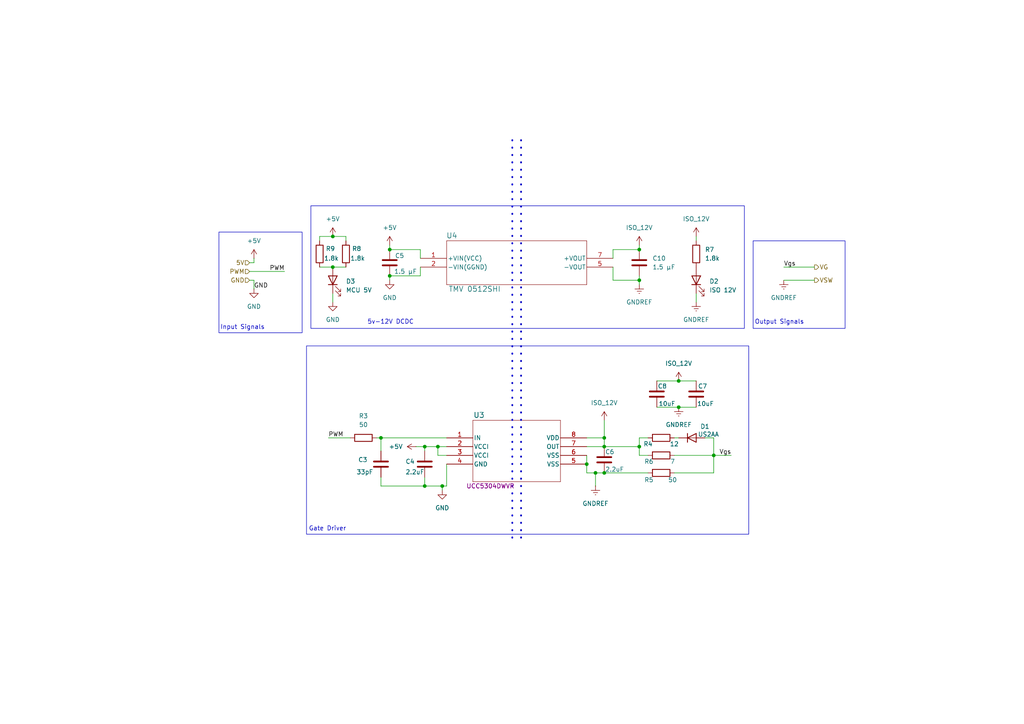
<source format=kicad_sch>
(kicad_sch (version 20231120) (generator "eeschema") (generator_version "8.0")
  (paper "A4")
  (title_block (title "Gate Driver") (date "2025-02-21") (rev "1") (company "M.Nguyen B.Patel S.Dupuis"))
  (lib_symbols
    (symbol "Device:C" (pin_numbers hide) (pin_names (offset 0.254))
      (property "Reference" "C" (at 0.635 2.54 0))
      (property "Value" "C" (at 0.635 -2.54 0))
      (symbol "C_0_1"
        (polyline (pts (xy -2.032 -0.762) (xy 2.032 -0.762)) (stroke (width 0.508)))
        (polyline (pts (xy -2.032 0.762) (xy 2.032 0.762)) (stroke (width 0.508)))
      )
      (symbol "C_1_1"
        (pin passive line (at 0 3.81 270) (length 2.794) (name "~") (number "1"))
        (pin passive line (at 0 -3.81 90) (length 2.794) (name "~") (number "2"))
      )
    )
    (symbol "Device:LED" (pin_numbers hide) (pin_names (offset 1.016) hide)
      (property "Reference" "D" (at 0 2.54 0))
      (property "Value" "LED" (at 0 -2.54 0))
      (symbol "LED_0_1"
        (polyline (pts (xy -1.27 -1.27) (xy -1.27 1.27)) (stroke (width 0.254)))
        (polyline (pts (xy -1.27 0) (xy 1.27 0)))
        (polyline (pts (xy 1.27 -1.27) (xy 1.27 1.27) (xy -1.27 0) (xy 1.27 -1.27)) (stroke (width 0.254)))
        (polyline (pts (xy -3.048 -0.762) (xy -4.572 -2.286) (xy -3.81 -2.286) (xy -4.572 -2.286) (xy -4.572 -1.524)))
        (polyline (pts (xy -1.778 -0.762) (xy -3.302 -2.286) (xy -2.54 -2.286) (xy -3.302 -2.286) (xy -3.302 -1.524)))
      )
      (symbol "LED_1_1"
        (pin passive line (at -3.81 0 0) (length 2.54) (name "K") (number "1"))
        (pin passive line (at 3.81 0 180) (length 2.54) (name "A") (number "2"))
      )
    )
    (symbol "Device:R" (pin_numbers hide) (pin_names (offset 0))
      (property "Reference" "R" (at 2.032 0 90))
      (property "Value" "R" (at 0 0 90))
      (symbol "R_0_1"
        (rectangle (start -1.016 -2.54) (end 1.016 2.54) (stroke (width 0.254)))
      )
      (symbol "R_1_1"
        (pin passive line (at 0 3.81 270) (length 1.27) (name "~") (number "1"))
        (pin passive line (at 0 -3.81 90) (length 1.27) (name "~") (number "2"))
      )
    )
    (symbol "Diode:US2AA" (pin_numbers hide) (pin_names hide)
      (property "Reference" "D" (at 0 2.54 0))
      (property "Value" "US2AA" (at 0 -2.54 0))
      (symbol "US2AA_0_1"
        (polyline (pts (xy -1.27 1.27) (xy -1.27 -1.27)) (stroke (width 0.254)))
        (polyline (pts (xy 1.27 0) (xy -1.27 0)))
        (polyline (pts (xy 1.27 1.27) (xy 1.27 -1.27) (xy -1.27 0) (xy 1.27 1.27)) (stroke (width 0.254)))
      )
      (symbol "US2AA_1_1"
        (pin passive line (at -3.81 0 0) (length 2.54) (name "K") (number "1"))
        (pin passive line (at 3.81 0 180) (length 2.54) (name "A") (number "2"))
      )
    )
    (symbol "TMV_0512SHI:TMV_0512SHI" (pin_names (offset 0.254))
      (property "Reference" "U" (at 27.94 10.16 0))
      (property "Value" "TMV 0512SHI" (at 27.94 7.62 0))
      (symbol "TMV_0512SHI_0_1"
        (polyline (pts (xy 7.62 -7.62) (xy 48.26 -7.62)) (stroke (width 0.127)))
        (polyline (pts (xy 7.62 5.08) (xy 7.62 -7.62)) (stroke (width 0.127)))
        (polyline (pts (xy 48.26 -7.62) (xy 48.26 5.08)) (stroke (width 0.127)))
        (polyline (pts (xy 48.26 5.08) (xy 7.62 5.08)) (stroke (width 0.127)))
        (pin power_in line (at 0 0 0) (length 7.62) (name "+VIN(VCC)") (number "1"))
        (pin power_in line (at 0 -2.54 0) (length 7.62) (name "-VIN(GGND)") (number "2"))
        (pin output line (at 55.88 -2.54 180) (length 7.62) (name "-VOUT") (number "5"))
        (pin output line (at 55.88 0 180) (length 7.62) (name "+VOUT") (number "7"))
      )
    )
    (symbol "UCC5304DWVR:UCC5304DWVR" (pin_names (offset 0.254))
      (property "Reference" "U" (at 20.32 10.16 0))
      (property "Value" "UCC5304DWVR" (at 20.32 7.62 0))
      (symbol "UCC5304DWVR_0_1"
        (polyline (pts (xy 7.62 -12.7) (xy 33.02 -12.7)) (stroke (width 0.127)))
        (polyline (pts (xy 7.62 5.08) (xy 7.62 -12.7)) (stroke (width 0.127)))
        (polyline (pts (xy 33.02 -12.7) (xy 33.02 5.08)) (stroke (width 0.127)))
        (polyline (pts (xy 33.02 5.08) (xy 7.62 5.08)) (stroke (width 0.127)))
        (pin input line (at 0 0 0) (length 7.62) (name "IN") (number "1"))
        (pin power_in line (at 0 -2.54 0) (length 7.62) (name "VCCI") (number "2"))
        (pin power_in line (at 0 -5.08 0) (length 7.62) (name "VCCI") (number "3"))
        (pin power_out line (at 0 -7.62 0) (length 7.62) (name "GND") (number "4"))
        (pin power_out line (at 40.64 -7.62 180) (length 7.62) (name "VSS") (number "5"))
        (pin power_out line (at 40.64 -5.08 180) (length 7.62) (name "VSS") (number "6"))
        (pin output line (at 40.64 -2.54 180) (length 7.62) (name "OUT") (number "7"))
        (pin power_in line (at 40.64 0 180) (length 7.62) (name "VDD") (number "8"))
      )
    )
    (symbol "power:+12V" (power) (pin_numbers hide) (pin_names (offset 0) hide)
      (property "Value" "+12V" (at 0 3.556 0))
      (symbol "+12V_0_1"
        (polyline (pts (xy -0.762 1.27) (xy 0 2.54)))
        (polyline (pts (xy 0 0) (xy 0 2.54)))
        (polyline (pts (xy 0 2.54) (xy 0.762 1.27)))
      )
      (symbol "+12V_1_1"
        (pin power_in line (at 0 0 90) (length 0) (name "~") (number "1"))
      )
    )
    (symbol "power:+5V" (power) (pin_numbers hide) (pin_names (offset 0) hide)
      (property "Value" "+5V" (at 0 3.556 0))
      (symbol "+5V_0_1"
        (polyline (pts (xy -0.762 1.27) (xy 0 2.54)))
        (polyline (pts (xy 0 0) (xy 0 2.54)))
        (polyline (pts (xy 0 2.54) (xy 0.762 1.27)))
      )
      (symbol "+5V_1_1"
        (pin power_in line (at 0 0 90) (length 0) (name "~") (number "1"))
      )
    )
    (symbol "power:GND" (power) (pin_numbers hide) (pin_names (offset 0) hide)
      (property "Value" "GND" (at 0 -3.81 0))
      (symbol "GND_0_1"
        (polyline (pts (xy 0 0) (xy 0 -1.27) (xy 1.27 -1.27) (xy 0 -2.54) (xy -1.27 -1.27) (xy 0 -1.27)))
      )
      (symbol "GND_1_1"
        (pin power_in line (at 0 0 270) (length 0) (name "~") (number "1"))
      )
    )
    (symbol "power:GNDREF" (power) (pin_numbers hide) (pin_names (offset 0) hide)
      (property "Value" "GNDREF" (at 0 -3.81 0))
      (symbol "GNDREF_0_1"
        (polyline (pts (xy -0.635 -1.905) (xy 0.635 -1.905)))
        (polyline (pts (xy -0.127 -2.54) (xy 0.127 -2.54)))
        (polyline (pts (xy 0 -1.27) (xy 0 0)))
        (polyline (pts (xy 1.27 -1.27) (xy -1.27 -1.27)))
      )
      (symbol "GNDREF_1_1"
        (pin power_in line (at 0 0 270) (length 0) (name "~") (number "1"))
      )
    )
  )
  (junction (at 172.72 137.16))
  (junction (at 175.26 137.16))
  (junction (at 170.18 134.62))
  (junction (at 96.52 68.58))
  (junction (at 185.42 81.28))
  (junction (at 207.01 132.08))
  (junction (at 128.27 140.97))
  (junction (at 123.19 140.97))
  (junction (at 196.85 118.11))
  (junction (at 175.26 127))
  (junction (at 185.42 129.54))
  (junction (at 127 129.54))
  (junction (at 110.49 127))
  (junction (at 196.85 110.49))
  (junction (at 185.42 72.39))
  (junction (at 113.03 80.01))
  (junction (at 113.03 72.39))
  (junction (at 175.26 129.54))
  (junction (at 96.52 77.47))
  (junction (at 123.19 129.54))
  (wire (pts (xy 109.22 127) (xy 110.49 127)))
  (wire (pts (xy 92.71 77.47) (xy 96.52 77.47)))
  (wire (pts (xy 100.33 77.47) (xy 96.52 77.47)))
  (wire (pts (xy 207.01 132.08) (xy 207.01 137.16)))
  (wire (pts (xy 96.52 68.58) (xy 100.33 68.58)))
  (wire (pts (xy 177.8 81.28) (xy 185.42 81.28)))
  (wire (pts (xy 113.03 71.12) (xy 113.03 72.39)))
  (polyline (pts (xy 151.13 40.64) (xy 151.13 157.48)) (stroke (width 0.508) (type dot)))
  (wire (pts (xy 227.33 77.47) (xy 236.22 77.47)))
  (wire (pts (xy 121.92 74.93) (xy 121.92 72.39)))
  (wire (pts (xy 123.19 140.97) (xy 128.27 140.97)))
  (wire (pts (xy 96.52 85.09) (xy 96.52 87.63)))
  (wire (pts (xy 110.49 127) (xy 110.49 130.81)))
  (wire (pts (xy 127 129.54) (xy 129.54 129.54)))
  (polyline (pts (xy 148.59 40.64) (xy 148.59 157.48)) (stroke (width 0.508) (type dot)))
  (wire (pts (xy 172.72 137.16) (xy 172.72 140.97)))
  (wire (pts (xy 175.26 129.54) (xy 185.42 129.54)))
  (wire (pts (xy 92.71 69.85) (xy 92.71 68.58)))
  (wire (pts (xy 113.03 80.01) (xy 121.92 80.01)))
  (wire (pts (xy 185.42 81.28) (xy 185.42 82.55)))
  (wire (pts (xy 177.8 81.28) (xy 177.8 77.47)))
  (wire (pts (xy 127 129.54) (xy 127 132.08)))
  (wire (pts (xy 110.49 127) (xy 129.54 127)))
  (wire (pts (xy 185.42 71.12) (xy 185.42 72.39)))
  (wire (pts (xy 196.85 118.11) (xy 201.93 118.11)))
  (wire (pts (xy 172.72 137.16) (xy 170.18 137.16)))
  (wire (pts (xy 123.19 129.54) (xy 127 129.54)))
  (wire (pts (xy 185.42 132.08) (xy 185.42 129.54)))
  (wire (pts (xy 201.93 85.09) (xy 201.93 87.63)))
  (wire (pts (xy 207.01 127) (xy 207.01 132.08)))
  (wire (pts (xy 190.5 110.49) (xy 196.85 110.49)))
  (wire (pts (xy 195.58 132.08) (xy 207.01 132.08)))
  (wire (pts (xy 100.33 68.58) (xy 100.33 69.85)))
  (wire (pts (xy 190.5 118.11) (xy 196.85 118.11)))
  (wire (pts (xy 204.47 127) (xy 207.01 127)))
  (wire (pts (xy 113.03 81.28) (xy 113.03 80.01)))
  (wire (pts (xy 177.8 72.39) (xy 185.42 72.39)))
  (wire (pts (xy 195.58 127) (xy 196.85 127)))
  (wire (pts (xy 121.92 80.01) (xy 121.92 77.47)))
  (wire (pts (xy 201.93 110.49) (xy 196.85 110.49)))
  (wire (pts (xy 73.66 83.82) (xy 73.66 81.28)))
  (wire (pts (xy 110.49 138.43) (xy 110.49 140.97)))
  (wire (pts (xy 185.42 127) (xy 185.42 129.54)))
  (wire (pts (xy 207.01 132.08) (xy 212.09 132.08)))
  (wire (pts (xy 92.71 68.58) (xy 96.52 68.58)))
  (wire (pts (xy 185.42 80.01) (xy 185.42 81.28)))
  (wire (pts (xy 195.58 137.16) (xy 207.01 137.16)))
  (wire (pts (xy 123.19 138.43) (xy 123.19 140.97)))
  (wire (pts (xy 123.19 129.54) (xy 123.19 130.81)))
  (wire (pts (xy 201.93 68.58) (xy 201.93 69.85)))
  (wire (pts (xy 129.54 134.62) (xy 129.54 140.97)))
  (wire (pts (xy 128.27 140.97) (xy 128.27 142.24)))
  (wire (pts (xy 72.39 78.74) (xy 82.55 78.74)))
  (wire (pts (xy 227.33 81.28) (xy 236.22 81.28)))
  (wire (pts (xy 95.25 127) (xy 101.6 127)))
  (wire (pts (xy 185.42 127) (xy 187.96 127)))
  (wire (pts (xy 170.18 127) (xy 175.26 127)))
  (wire (pts (xy 177.8 72.39) (xy 177.8 74.93)))
  (wire (pts (xy 129.54 140.97) (xy 128.27 140.97)))
  (wire (pts (xy 110.49 140.97) (xy 123.19 140.97)))
  (wire (pts (xy 170.18 132.08) (xy 170.18 134.62)))
  (wire (pts (xy 129.54 132.08) (xy 127 132.08)))
  (wire (pts (xy 185.42 132.08) (xy 187.96 132.08)))
  (wire (pts (xy 73.66 81.28) (xy 72.39 81.28)))
  (wire (pts (xy 121.92 72.39) (xy 113.03 72.39)))
  (wire (pts (xy 175.26 127) (xy 175.26 129.54)))
  (wire (pts (xy 175.26 137.16) (xy 187.96 137.16)))
  (wire (pts (xy 120.65 129.54) (xy 123.19 129.54)))
  (wire (pts (xy 73.66 76.2) (xy 73.66 74.93)))
  (wire (pts (xy 72.39 76.2) (xy 73.66 76.2)))
  (wire (pts (xy 172.72 137.16) (xy 175.26 137.16)))
  (wire (pts (xy 175.26 121.92) (xy 175.26 127)))
  (wire (pts (xy 170.18 129.54) (xy 175.26 129.54)))
  (wire (pts (xy 170.18 134.62) (xy 170.18 137.16)))
  (rectangle (start 218.44 69.85) (end 245.11 95.25))
  (rectangle (start 63.5 67.31) (end 87.63 96.52))
  (rectangle (start 88.9 100.33) (end 217.17 154.94))
  (rectangle (start 90.17 59.69) (end 215.9 95.25))
  (text "Input Signals" (at 70.358 94.996 0) (effects (font (size 1.27 1.27))))
  (text "Gate Driver" (at 94.996 153.416 0) (effects (font (size 1.27 1.27))))
  (text "5v-12V DCDC" (at 113.284 93.472 0) (effects (font (size 1.27 1.27))))
  (text "Output Signals" (at 226.06 93.472 0) (effects (font (size 1.27 1.27))))
  (label "Vgs" (at 212.09 132.08 180))
  (label "PWM" (at 82.55 78.74 180))
  (label "PWM" (at 95.25 127 0))
  (label "GND" (at 73.66 83.82 0))
  (label "Vgs" (at 227.33 77.47 0))
  (hierarchical_label "VSW" (shape output) (at 236.22 81.28 0))
  (hierarchical_label "PWM" (shape input) (at 72.39 78.74 180))
  (hierarchical_label "GND" (shape input) (at 72.39 81.28 180))
  (hierarchical_label "5V" (shape input) (at 72.39 76.2 180))
  (hierarchical_label "VG" (shape output) (at 236.22 77.47 0))
  (symbol (lib_id "power:+12V") (at 185.42 71.12 0) (unit 1)
    (property "Reference" "#PWR024" (effects (hide yes)))
    (property "Value" "ISO_12V" (at 185.42 66.04 0))
    (property "Description" "Power symbol creates a global label with name \"+12V\"" (effects (hide yes)))
  )
  (symbol (lib_id "Device:R") (at 191.77 127 90) (unit 1)
    (property "Reference" "R4" (at 187.96 128.778 90))
    (property "Value" "12" (at 195.58 128.778 90))
    (property "Footprint" "Resistor_SMD:R_0805_2012Metric_Pad1.20x1.40mm_HandSolder" (effects (hide yes)))
    (property "Description" "RES 0805,1%,12,1/8W" (effects (hide yes)))
    (property "Part Number" "CR0805FB12RS01" (effects (hide yes)))
  )
  (symbol (lib_id "UCC5304DWVR:UCC5304DWVR") (at 129.54 127 0) (unit 1)
    (property "Reference" "U3" (at 138.938 120.396 0) (effects (font (size 1.524 1.524))))
    (property "Value" "UCC5304DWVR" (effects (hide yes)))
    (property "Footprint" "UCC5304DWVR GateDriver_IC:SOIC8_DWV_TEX" (effects (hide yes)))
    (property "Datasheet" "https://www.ti.com/lit/ds/symlink/ucc5304.pdf?ts=1739952660041&ref_url=https%253A%252F%252Fwww.mouser.de%252F" (effects (hide yes)))
    (property "Part Number" "UCC5304DWVR" (at 142.24 140.97 0))
  )
  (symbol (lib_id "power:+12V") (at 201.93 68.58 0) (unit 1)
    (property "Reference" "#PWR038" (effects (hide yes)))
    (property "Value" "ISO_12V" (at 201.93 63.5 0))
    (property "Description" "Power symbol creates a global label with name \"+12V\"" (effects (hide yes)))
  )
  (symbol (lib_id "power:GND") (at 73.66 83.82 0) (unit 1)
    (property "Reference" "#PWR018" (effects (hide yes)))
    (property "Value" "GND" (at 73.66 88.9 0))
    (property "Description" "Power symbol creates a global label with name \"GND\" , ground" (effects (hide yes)))
  )
  (symbol (lib_id "power:+5V") (at 96.52 68.58 0) (unit 1)
    (property "Reference" "#PWR021" (effects (hide yes)))
    (property "Value" "+5V" (at 96.52 63.5 0))
    (property "Description" "Power symbol creates a global label with name \"+5V\"" (effects (hide yes)))
  )
  (symbol (lib_id "Device:R") (at 201.93 73.66 180) (unit 1)
    (property "Reference" "R7" (at 204.47 72.3899 0) (effects (justify right)))
    (property "Value" "1.8k" (at 204.47 74.9299 0) (effects (justify right)))
    (property "Footprint" "Resistor_SMD:R_0603_1608Metric" (effects (hide yes)))
    (property "Datasheet" "https://www.seielect.com/catalog/sei-rmcf_rmcp.pdf" (effects (hide yes)))
    (property "Description" "RES 1.8K OHM 5% 1/10W 0603" (effects (hide yes)))
    (property "Part Number" "RMCF0603JT1K80" (effects (hide yes)))
  )
  (symbol (lib_id "power:+5V") (at 113.03 71.12 0) (unit 1)
    (property "Reference" "#PWR020" (effects (hide yes)))
    (property "Value" "+5V" (at 113.03 66.04 0))
    (property "Description" "Power symbol creates a global label with name \"+5V\"" (effects (hide yes)))
  )
  (symbol (lib_id "power:GNDREF") (at 201.93 87.63 0) (unit 1)
    (property "Reference" "#PWR037" (effects (hide yes)))
    (property "Value" "GNDREF" (at 201.93 92.71 0))
    (property "Description" "Power symbol creates a global label with name \"GNDREF\" , reference supply ground" (effects (hide yes)))
  )
  (symbol (lib_id "Device:C") (at 190.5 114.3 0) (unit 1)
    (property "Reference" "C8" (at 190.754 112.014 0) (effects (justify left)))
    (property "Value" "10uF" (at 191.008 117.094 0) (effects (justify left)))
    (property "Footprint" "Capacitor_SMD:C_0603_1608Metric" (effects (hide yes)))
    (property "Description" "10 µF ±10% 16V Ceramic Capacitor X5R 0603 (1608 Metric)" (effects (hide yes)))
    (property "Part Number" "C0603X5R160-106KNP" (effects (hide yes)))
  )
  (symbol (lib_id "Device:C") (at 113.03 76.2 0) (unit 1)
    (property "Reference" "C5" (at 114.554 74.168 0) (effects (justify left)))
    (property "Value" "1.5 µF" (at 114.3 78.74 0) (effects (justify left)))
    (property "Footprint" "Capacitor_SMD:C_0805_2012Metric" (effects (hide yes)))
    (property "Description" "1.5 µF -20%, +80% 16V Ceramic Capacitor Y5V (F) 0805 (2012 Metric)" (effects (hide yes)))
    (property "Part Number" "CC0805ZRY5V7BB155" (effects (hide yes)))
  )
  (symbol (lib_id "power:+12V") (at 196.85 110.49 0) (unit 1)
    (property "Reference" "#PWR026" (effects (hide yes)))
    (property "Value" "ISO_12V" (at 196.85 105.41 0))
    (property "Description" "Power symbol creates a global label with name \"+12V\"" (effects (hide yes)))
  )
  (symbol (lib_id "Device:C") (at 123.19 134.62 0) (unit 1)
    (property "Reference" "C4" (at 117.602 133.858 0) (effects (justify left)))
    (property "Value" "2.2uF" (at 117.602 136.906 0) (effects (justify left)))
    (property "Footprint" "Capacitor_SMD:C_0805_2012Metric" (effects (hide yes)))
    (property "Datasheet" "https://data.venkel.com/documents/c-series" (effects (hide yes)))
    (property "Description" "2.2 µF ±20% 16V Ceramic Capacitor X7R 0805 (2012 Metric)" (effects (hide yes)))
    (property "Part Number" "C0805X7R160-225MNE" (effects (hide yes)))
  )
  (symbol (lib_id "power:GNDREF") (at 196.85 118.11 0) (unit 1)
    (property "Reference" "#PWR027" (effects (hide yes)))
    (property "Value" "GNDREF" (at 196.85 123.19 0))
    (property "Description" "Power symbol creates a global label with name \"GNDREF\" , reference supply ground" (effects (hide yes)))
  )
  (symbol (lib_id "Device:R") (at 100.33 73.66 180) (unit 1)
    (property "Reference" "R8" (at 102.108 72.136 0) (effects (justify right)))
    (property "Value" "1.8k" (at 101.6 74.93 0) (effects (justify right)))
    (property "Footprint" "Resistor_SMD:R_0603_1608Metric" (effects (hide yes)))
    (property "Datasheet" "https://www.seielect.com/catalog/sei-rmcf_rmcp.pdf" (effects (hide yes)))
    (property "Description" "RES 1.8K OHM 5% 1/10W 0603" (effects (hide yes)))
    (property "Part Number" "RMCF0603JT1K80" (effects (hide yes)))
  )
  (symbol (lib_id "Diode:US2AA") (at 200.66 127 0) (unit 1)
    (property "Reference" "D1" (at 204.47 123.698 0))
    (property "Value" "US2AA" (at 205.486 125.984 0))
    (property "Footprint" "Diode_SMD:D_SMA" (effects (hide yes)))
    (property "Datasheet" "https://www.onsemi.com/pub/Collateral/US2AA-D.PDF" (effects (hide yes)))
    (property "Description" "50V, 1.5A, General Purpose Rectifier Diode, SMA(DO-214AC)" (effects (hide yes)))
    (property "Sim.Device" "D" (effects (hide yes)))
    (property "Sim.Pins" "1=K 2=A" (effects (hide yes)))
    (property "Part Number" "US2AA" (effects (hide yes)))
  )
  (symbol (lib_id "power:GND") (at 96.52 87.63 0) (unit 1)
    (property "Reference" "#PWR039" (effects (hide yes)))
    (property "Value" "GND" (at 96.52 92.71 0))
    (property "Description" "Power symbol creates a global label with name \"GND\" , ground" (effects (hide yes)))
  )
  (symbol (lib_id "power:GND") (at 128.27 142.24 0) (unit 1)
    (property "Reference" "#PWR019" (effects (hide yes)))
    (property "Value" "GND" (at 128.27 147.32 0))
    (property "Description" "Power symbol creates a global label with name \"GND\" , ground" (effects (hide yes)))
  )
  (symbol (lib_id "power:GND") (at 113.03 81.28 0) (unit 1)
    (property "Reference" "#PWR040" (effects (hide yes)))
    (property "Value" "GND" (at 113.03 86.36 0))
    (property "Description" "Power symbol creates a global label with name \"GND\" , ground" (effects (hide yes)))
  )
  (symbol (lib_id "Device:LED") (at 96.52 81.28 90) (unit 1)
    (property "Reference" "D3" (at 100.33 81.5974 90) (effects (justify right)))
    (property "Value" "MCU 5V" (at 100.33 84.1374 90) (effects (justify right)))
    (property "Footprint" "LED_SMD:LED_0603_1608Metric" (effects (hide yes)))
    (property "Datasheet" "https://mm.digikey.com/Volume0/opasdata/d220001/medias/docus/6472/5962_XL-1608UGC-04%200603%E7%BF%A0%E7%BB%BF0.4T.pdf" (effects (hide yes)))
    (property "Description" "Green 525nm LED Indication - Discrete 2.7V 0603 (1608 Metric)" (effects (hide yes)))
    (property "Part Number" "XL-1608UGC-04" (effects (hide yes)))
  )
  (symbol (lib_id "power:+5V") (at 120.65 129.54 90) (unit 1)
    (property "Reference" "#PWR016" (effects (hide yes)))
    (property "Value" "+5V" (at 116.84 129.5399 90) (effects (justify left)))
    (property "Description" "Power symbol creates a global label with name \"+5V\"" (effects (hide yes)))
  )
  (symbol (lib_id "power:+5V") (at 73.66 74.93 0) (unit 1)
    (property "Reference" "#PWR015" (effects (hide yes)))
    (property "Value" "+5V" (at 73.66 69.85 0))
    (property "Description" "Power symbol creates a global label with name \"+5V\"" (effects (hide yes)))
  )
  (symbol (lib_id "Device:R") (at 191.77 132.08 90) (unit 1)
    (property "Reference" "R6" (at 188.214 133.858 90))
    (property "Value" "7" (at 195.072 133.858 90))
    (property "Footprint" "Resistor_SMD:R_0603_1608Metric" (effects (hide yes)))
    (property "Description" "Resistor" (effects (hide yes)))
    (property "Part Number" "RMCF0603FT6R80" (effects (hide yes)))
  )
  (symbol (lib_id "power:GNDREF") (at 227.33 81.28 0) (unit 1)
    (property "Reference" "#PWR023" (effects (hide yes)))
    (property "Value" "GNDREF" (at 227.33 86.36 0))
    (property "Description" "Power symbol creates a global label with name \"GNDREF\" , reference supply ground" (effects (hide yes)))
  )
  (symbol (lib_id "Device:R") (at 105.41 127 90) (unit 1)
    (property "Reference" "R3" (at 105.41 120.65 90))
    (property "Value" "50" (at 105.41 123.19 90))
    (property "Footprint" "Resistor_SMD:R_0603_1608Metric" (effects (hide yes)))
    (property "Datasheet" "https://www.vishay.com/docs/20008/dcrcw.pdf" (effects (hide yes)))
    (property "Description" "50 Ohms ±1% 0.1W, 1/10W Chip Resistor 0603 (1608 Metric) Automotive AEC-Q200 Thick Film" (effects (hide yes)))
    (property "Part Number" "CRCW060350R0FKTA" (effects (hide yes)))
  )
  (symbol (lib_id "Device:R") (at 191.77 137.16 270) (unit 1)
    (property "Reference" "R5" (at 188.214 139.192 90))
    (property "Value" "50" (at 195.072 139.192 90))
    (property "Footprint" "Resistor_SMD:R_0603_1608Metric" (effects (hide yes)))
    (property "Datasheet" "https://www.vishay.com/docs/20008/dcrcw.pdf" (effects (hide yes)))
    (property "Description" "Resistor" (effects (hide yes)))
    (property "Part Number" "CRCW060350R0FKTA" (effects (hide yes)))
  )
  (symbol (lib_id "power:GNDREF") (at 185.42 82.55 0) (unit 1)
    (property "Reference" "#PWR017" (effects (hide yes)))
    (property "Value" "GNDREF" (at 185.42 87.63 0))
    (property "Description" "Power symbol creates a global label with name \"GNDREF\" , reference supply ground" (effects (hide yes)))
  )
  (symbol (lib_id "Device:R") (at 92.71 73.66 180) (unit 1)
    (property "Reference" "R9" (at 94.488 72.136 0) (effects (justify right)))
    (property "Value" "1.8k" (at 93.98 74.93 0) (effects (justify right)))
    (property "Footprint" "Resistor_SMD:R_0603_1608Metric" (effects (hide yes)))
    (property "Datasheet" "https://www.seielect.com/catalog/sei-rmcf_rmcp.pdf" (effects (hide yes)))
    (property "Description" "RES 1.8K OHM 5% 1/10W 0603" (effects (hide yes)))
    (property "Part Number" "RMCF0603JT1K80" (effects (hide yes)))
  )
  (symbol (lib_id "Device:LED") (at 201.93 81.28 90) (unit 1)
    (property "Reference" "D2" (at 205.74 81.5974 90) (effects (justify right)))
    (property "Value" "ISO 12V" (at 205.74 84.1374 90) (effects (justify right)))
    (property "Footprint" "LED_SMD:LED_0603_1608Metric" (effects (hide yes)))
    (property "Datasheet" "https://mm.digikey.com/Volume0/opasdata/d220001/medias/docus/6472/5962_XL-1608UGC-04%200603%E7%BF%A0%E7%BB%BF0.4T.pdf" (effects (hide yes)))
    (property "Description" "Green 525nm LED Indication - Discrete 2.7V 0603 (1608 Metric)" (effects (hide yes)))
    (property "Part Number" "XL-1608UGC-04" (effects (hide yes)))
  )
  (symbol (lib_id "Device:C") (at 201.93 114.3 0) (unit 1)
    (property "Reference" "C7" (at 202.438 112.014 0) (effects (justify left)))
    (property "Value" "10uF" (at 202.184 117.094 0) (effects (justify left)))
    (property "Footprint" "Capacitor_SMD:C_0603_1608Metric" (effects (hide yes)))
    (property "Description" "10 µF ±10% 16V Ceramic Capacitor X5R 0603 (1608 Metric)" (effects (hide yes)))
    (property "Part Number" "C0603X5R160-106KNP" (effects (hide yes)))
  )
  (symbol (lib_id "TMV_0512SHI:TMV_0512SHI") (at 121.92 74.93 0) (unit 1)
    (property "Reference" "U4" (at 131.064 68.326 0) (effects (font (size 1.524 1.524))))
    (property "Value" "TMV 0512SHI" (at 137.668 83.82 0) (effects (font (size 1.524 1.524))))
    (property "Footprint" "TMV-HI_SINGLE_TRP" (effects (hide yes)))
    (property "Datasheet" "TMV 0512SHI" (effects (hide yes)))
    (property "Part Number" "TMV 0512SHI" (effects (hide yes)))
  )
  (symbol (lib_id "Device:C") (at 185.42 76.2 0) (unit 1)
    (property "Reference" "C10" (at 189.23 74.9299 0) (effects (justify left)))
    (property "Value" "1.5 µF" (at 189.23 77.4699 0) (effects (justify left)))
    (property "Footprint" "Capacitor_SMD:C_0805_2012Metric" (effects (hide yes)))
    (property "Description" "1.5 µF -20%, +80% 16V Ceramic Capacitor Y5V (F) 0805 (2012 Metric)" (effects (hide yes)))
    (property "Part Number" "CC0805ZRY5V7BB155" (effects (hide yes)))
  )
  (symbol (lib_id "Device:C") (at 175.26 133.35 0) (unit 1)
    (property "Reference" "C6" (at 175.514 131.064 0) (effects (justify left)))
    (property "Value" "2.2uF" (at 175.514 136.144 0) (effects (justify left)))
    (property "Footprint" "Capacitor_SMD:C_0805_2012Metric" (effects (hide yes)))
    (property "Datasheet" "https://data.venkel.com/documents/c-series" (effects (hide yes)))
    (property "Description" "2.2 µF ±20% 16V Ceramic Capacitor X7R 0805 (2012 Metric)" (effects (hide yes)))
    (property "Part Number" "C0805X7R160-225MNE" (effects (hide yes)))
  )
  (symbol (lib_id "power:GNDREF") (at 172.72 140.97 0) (unit 1)
    (property "Reference" "#PWR022" (effects (hide yes)))
    (property "Value" "GNDREF" (at 172.72 146.05 0))
    (property "Description" "Power symbol creates a global label with name \"GNDREF\" , reference supply ground" (effects (hide yes)))
  )
  (symbol (lib_id "Device:C") (at 110.49 134.62 0) (unit 1)
    (property "Reference" "C3" (at 103.886 133.35 0) (effects (justify left)))
    (property "Value" "33pF" (at 103.378 136.906 0) (effects (justify left)))
    (property "Footprint" "Capacitor_SMD:C_0603_1608Metric" (effects (hide yes)))
    (property "Description" "33 pF ±5% 50V Ceramic Capacitor C0G, NP0 0603 (1608 Metric)" (effects (hide yes)))
    (property "Part Number" "C1608NP0330JGTS" (effects (hide yes)))
  )
  (symbol (lib_id "power:+12V") (at 175.26 121.92 0) (unit 1)
    (property "Reference" "#PWR025" (effects (hide yes)))
    (property "Value" "ISO_12V" (at 175.26 116.84 0))
    (property "Description" "Power symbol creates a global label with name \"+12V\"" (effects (hide yes)))
  )
)
</source>
